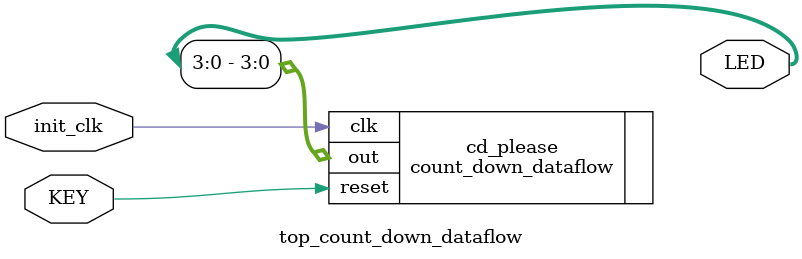
<source format=v>
module top_count_down_dataflow(KEY, LED, init_clk);
	input init_clk, KEY;
	output[9:0] LED;

//	reg[26:0] tBase; //  system timebase
//	wire slow_clk, inv_q;
//	
//	always @(posedge init_clk) tBase <= tBase + 1'b1; 	         //  build the timebase
//	
//	D_FF time_flip (.q(slow_clk), .qBar(inv_q), .D(inv_q), .clk(tBase[24]), .rst(KEY));  //  uses system clock / 2^19 ~= 10 cycles per second
//	
//	count_down_dataflow cd_please (.out(LED[3:0]), .reset(KEY), .clk(slow_clk));

	count_down_dataflow cd_please (.out(LED[3:0]), .reset(KEY), .clk(init_clk));
endmodule 
</source>
